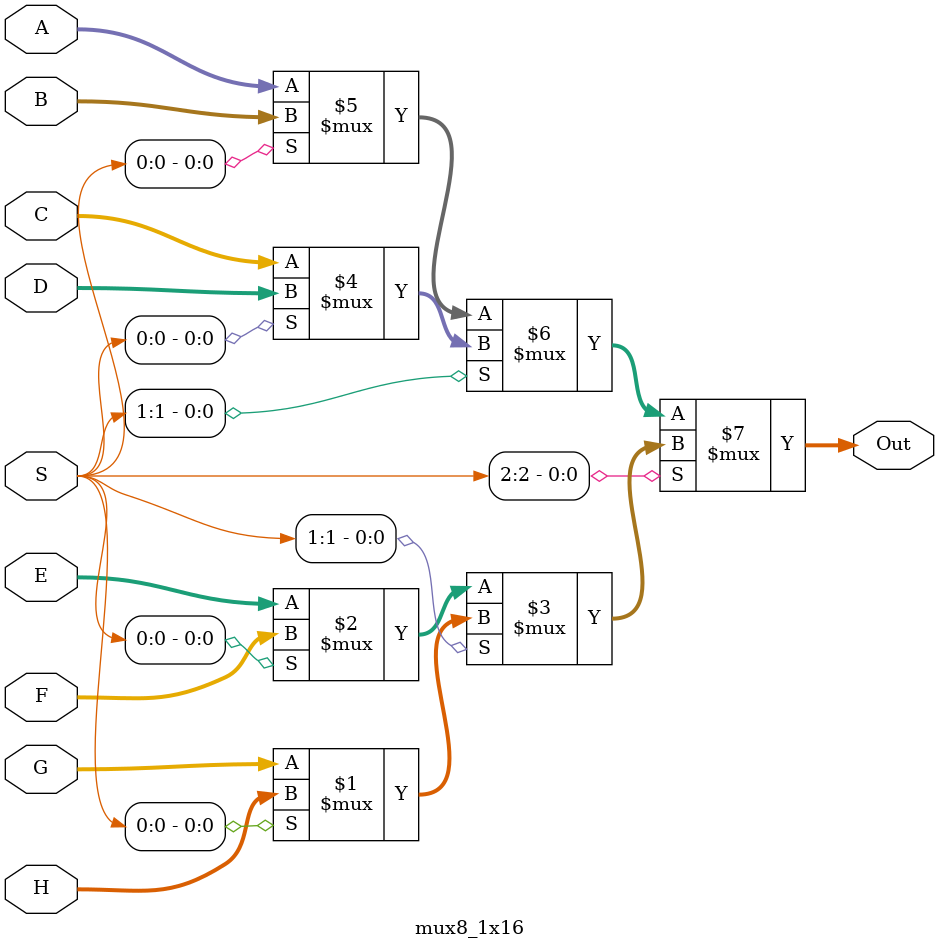
<source format=v>
module mux8_1x16(A, B, C, D, E, F, G, H, S, Out);
  input [15:0] A, B, C, D, E, F, G, H;
  input [2:0] S;
  output [15:0] Out;
  
  assign Out =
    S[2]
      ? (S[1]
        ? (S[0] ? H : G)
        : (S[0] ? F : E))
      : (S[1]
        ? (S[0] ? D : C)
        : (S[0] ? B : A));
endmodule

</source>
